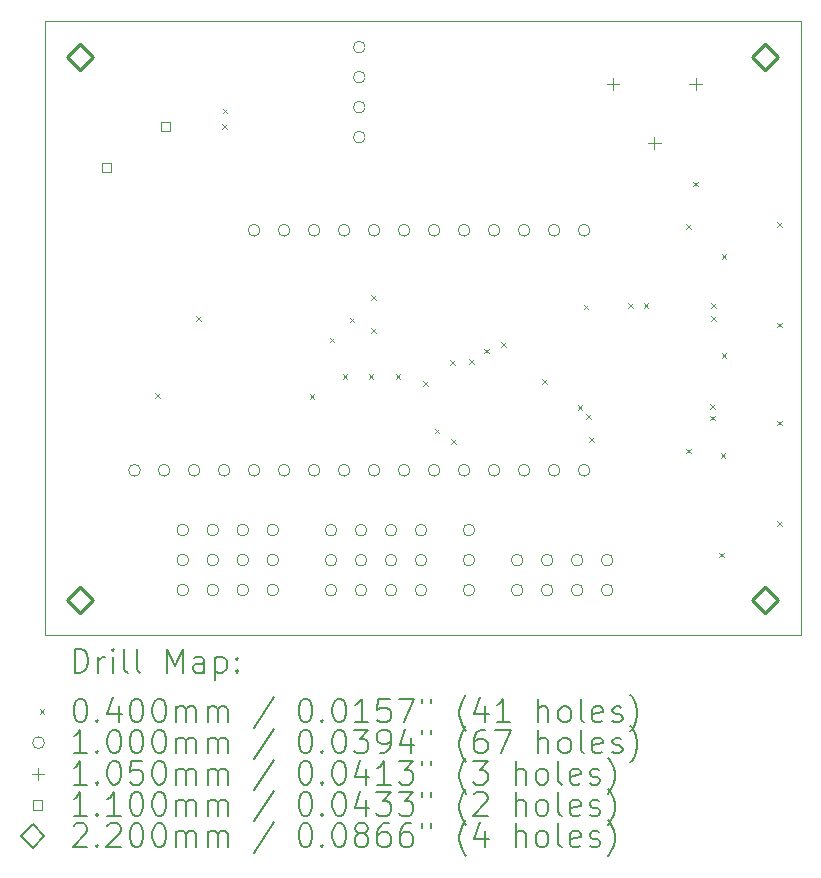
<source format=gbr>
%TF.GenerationSoftware,KiCad,Pcbnew,(6.0.8-1)-1*%
%TF.CreationDate,2023-01-29T13:44:44-06:00*%
%TF.ProjectId,M4_CAN_Feather_Carrier,4d345f43-414e-45f4-9665-61746865725f,rev?*%
%TF.SameCoordinates,Original*%
%TF.FileFunction,Drillmap*%
%TF.FilePolarity,Positive*%
%FSLAX45Y45*%
G04 Gerber Fmt 4.5, Leading zero omitted, Abs format (unit mm)*
G04 Created by KiCad (PCBNEW (6.0.8-1)-1) date 2023-01-29 13:44:44*
%MOMM*%
%LPD*%
G01*
G04 APERTURE LIST*
%ADD10C,0.100000*%
%ADD11C,0.200000*%
%ADD12C,0.040000*%
%ADD13C,0.105000*%
%ADD14C,0.110000*%
%ADD15C,0.220000*%
G04 APERTURE END LIST*
D10*
X18450000Y-12420000D02*
X12050000Y-12420000D01*
X12050000Y-12420000D02*
X12050000Y-7220000D01*
X12050000Y-7220000D02*
X18450000Y-7220000D01*
X18450000Y-7220000D02*
X18450000Y-12420000D01*
D11*
D12*
X12980000Y-10370000D02*
X13020000Y-10410000D01*
X13020000Y-10370000D02*
X12980000Y-10410000D01*
X13330000Y-9720000D02*
X13370000Y-9760000D01*
X13370000Y-9720000D02*
X13330000Y-9760000D01*
X13550000Y-8090000D02*
X13590000Y-8130000D01*
X13590000Y-8090000D02*
X13550000Y-8130000D01*
X13555000Y-7960000D02*
X13595000Y-8000000D01*
X13595000Y-7960000D02*
X13555000Y-8000000D01*
X14290000Y-10380000D02*
X14330000Y-10420000D01*
X14330000Y-10380000D02*
X14290000Y-10420000D01*
X14460000Y-9900000D02*
X14500000Y-9940000D01*
X14500000Y-9900000D02*
X14460000Y-9940000D01*
X14570000Y-10210000D02*
X14610000Y-10250000D01*
X14610000Y-10210000D02*
X14570000Y-10250000D01*
X14630000Y-9730000D02*
X14670000Y-9770000D01*
X14670000Y-9730000D02*
X14630000Y-9770000D01*
X14790000Y-10210000D02*
X14830000Y-10250000D01*
X14830000Y-10210000D02*
X14790000Y-10250000D01*
X14810000Y-9540000D02*
X14850000Y-9580000D01*
X14850000Y-9540000D02*
X14810000Y-9580000D01*
X14810000Y-9820000D02*
X14850000Y-9860000D01*
X14850000Y-9820000D02*
X14810000Y-9860000D01*
X15020305Y-10211250D02*
X15060305Y-10251250D01*
X15060305Y-10211250D02*
X15020305Y-10251250D01*
X15250000Y-10270000D02*
X15290000Y-10310000D01*
X15290000Y-10270000D02*
X15250000Y-10310000D01*
X15350000Y-10670000D02*
X15390000Y-10710000D01*
X15390000Y-10670000D02*
X15350000Y-10710000D01*
X15480000Y-10090000D02*
X15520000Y-10130000D01*
X15520000Y-10090000D02*
X15480000Y-10130000D01*
X15490000Y-10760000D02*
X15530000Y-10800000D01*
X15530000Y-10760000D02*
X15490000Y-10800000D01*
X15640000Y-10080000D02*
X15680000Y-10120000D01*
X15680000Y-10080000D02*
X15640000Y-10120000D01*
X15766230Y-9993770D02*
X15806230Y-10033770D01*
X15806230Y-9993770D02*
X15766230Y-10033770D01*
X15912450Y-9940000D02*
X15952450Y-9980000D01*
X15952450Y-9940000D02*
X15912450Y-9980000D01*
X16260000Y-10250000D02*
X16300000Y-10290000D01*
X16300000Y-10250000D02*
X16260000Y-10290000D01*
X16560000Y-10470000D02*
X16600000Y-10510000D01*
X16600000Y-10470000D02*
X16560000Y-10510000D01*
X16610000Y-9620000D02*
X16650000Y-9660000D01*
X16650000Y-9620000D02*
X16610000Y-9660000D01*
X16630000Y-10550000D02*
X16670000Y-10590000D01*
X16670000Y-10550000D02*
X16630000Y-10590000D01*
X16660000Y-10740000D02*
X16700000Y-10780000D01*
X16700000Y-10740000D02*
X16660000Y-10780000D01*
X16990000Y-9610000D02*
X17030000Y-9650000D01*
X17030000Y-9610000D02*
X16990000Y-9650000D01*
X17120000Y-9610000D02*
X17160000Y-9650000D01*
X17160000Y-9610000D02*
X17120000Y-9650000D01*
X17480000Y-8940000D02*
X17520000Y-8980000D01*
X17520000Y-8940000D02*
X17480000Y-8980000D01*
X17480000Y-10840000D02*
X17520000Y-10880000D01*
X17520000Y-10840000D02*
X17480000Y-10880000D01*
X17540000Y-8580000D02*
X17580000Y-8620000D01*
X17580000Y-8580000D02*
X17540000Y-8620000D01*
X17680000Y-10460000D02*
X17720000Y-10500000D01*
X17720000Y-10460000D02*
X17680000Y-10500000D01*
X17680000Y-10559950D02*
X17720000Y-10599950D01*
X17720000Y-10559950D02*
X17680000Y-10599950D01*
X17690000Y-9610000D02*
X17730000Y-9650000D01*
X17730000Y-9610000D02*
X17690000Y-9650000D01*
X17690000Y-9720000D02*
X17730000Y-9760000D01*
X17730000Y-9720000D02*
X17690000Y-9760000D01*
X17760000Y-11720000D02*
X17800000Y-11760000D01*
X17800000Y-11720000D02*
X17760000Y-11760000D01*
X17770000Y-10880000D02*
X17810000Y-10920000D01*
X17810000Y-10880000D02*
X17770000Y-10920000D01*
X17780000Y-9190000D02*
X17820000Y-9230000D01*
X17820000Y-9190000D02*
X17780000Y-9230000D01*
X17780000Y-10030000D02*
X17820000Y-10070000D01*
X17820000Y-10030000D02*
X17780000Y-10070000D01*
X18247500Y-8922500D02*
X18287500Y-8962500D01*
X18287500Y-8922500D02*
X18247500Y-8962500D01*
X18247500Y-9772500D02*
X18287500Y-9812500D01*
X18287500Y-9772500D02*
X18247500Y-9812500D01*
X18247500Y-10602500D02*
X18287500Y-10642500D01*
X18287500Y-10602500D02*
X18247500Y-10642500D01*
X18247500Y-11452500D02*
X18287500Y-11492500D01*
X18287500Y-11452500D02*
X18247500Y-11492500D01*
D10*
X12858000Y-11023000D02*
G75*
G03*
X12858000Y-11023000I-50000J0D01*
G01*
X13109000Y-11023000D02*
G75*
G03*
X13109000Y-11023000I-50000J0D01*
G01*
X13267000Y-11528500D02*
G75*
G03*
X13267000Y-11528500I-50000J0D01*
G01*
X13267000Y-11782500D02*
G75*
G03*
X13267000Y-11782500I-50000J0D01*
G01*
X13267000Y-12036500D02*
G75*
G03*
X13267000Y-12036500I-50000J0D01*
G01*
X13363000Y-11023000D02*
G75*
G03*
X13363000Y-11023000I-50000J0D01*
G01*
X13521000Y-11528500D02*
G75*
G03*
X13521000Y-11528500I-50000J0D01*
G01*
X13521000Y-11782500D02*
G75*
G03*
X13521000Y-11782500I-50000J0D01*
G01*
X13521000Y-12036500D02*
G75*
G03*
X13521000Y-12036500I-50000J0D01*
G01*
X13617000Y-11023000D02*
G75*
G03*
X13617000Y-11023000I-50000J0D01*
G01*
X13775000Y-11528500D02*
G75*
G03*
X13775000Y-11528500I-50000J0D01*
G01*
X13775000Y-11782500D02*
G75*
G03*
X13775000Y-11782500I-50000J0D01*
G01*
X13775000Y-12036500D02*
G75*
G03*
X13775000Y-12036500I-50000J0D01*
G01*
X13871000Y-8991000D02*
G75*
G03*
X13871000Y-8991000I-50000J0D01*
G01*
X13871000Y-11023000D02*
G75*
G03*
X13871000Y-11023000I-50000J0D01*
G01*
X14029000Y-11528500D02*
G75*
G03*
X14029000Y-11528500I-50000J0D01*
G01*
X14029000Y-11782500D02*
G75*
G03*
X14029000Y-11782500I-50000J0D01*
G01*
X14029000Y-12036500D02*
G75*
G03*
X14029000Y-12036500I-50000J0D01*
G01*
X14125000Y-8991000D02*
G75*
G03*
X14125000Y-8991000I-50000J0D01*
G01*
X14125000Y-11023000D02*
G75*
G03*
X14125000Y-11023000I-50000J0D01*
G01*
X14379000Y-8991000D02*
G75*
G03*
X14379000Y-8991000I-50000J0D01*
G01*
X14379000Y-11023000D02*
G75*
G03*
X14379000Y-11023000I-50000J0D01*
G01*
X14522000Y-11529000D02*
G75*
G03*
X14522000Y-11529000I-50000J0D01*
G01*
X14522000Y-11783000D02*
G75*
G03*
X14522000Y-11783000I-50000J0D01*
G01*
X14522000Y-12037000D02*
G75*
G03*
X14522000Y-12037000I-50000J0D01*
G01*
X14633000Y-8991000D02*
G75*
G03*
X14633000Y-8991000I-50000J0D01*
G01*
X14633000Y-11023000D02*
G75*
G03*
X14633000Y-11023000I-50000J0D01*
G01*
X14761000Y-7440200D02*
G75*
G03*
X14761000Y-7440200I-50000J0D01*
G01*
X14761000Y-7694200D02*
G75*
G03*
X14761000Y-7694200I-50000J0D01*
G01*
X14761000Y-7948200D02*
G75*
G03*
X14761000Y-7948200I-50000J0D01*
G01*
X14761000Y-8202200D02*
G75*
G03*
X14761000Y-8202200I-50000J0D01*
G01*
X14776000Y-11529000D02*
G75*
G03*
X14776000Y-11529000I-50000J0D01*
G01*
X14776000Y-11783000D02*
G75*
G03*
X14776000Y-11783000I-50000J0D01*
G01*
X14776000Y-12037000D02*
G75*
G03*
X14776000Y-12037000I-50000J0D01*
G01*
X14887000Y-8991000D02*
G75*
G03*
X14887000Y-8991000I-50000J0D01*
G01*
X14887000Y-11023000D02*
G75*
G03*
X14887000Y-11023000I-50000J0D01*
G01*
X15030000Y-11529000D02*
G75*
G03*
X15030000Y-11529000I-50000J0D01*
G01*
X15030000Y-11783000D02*
G75*
G03*
X15030000Y-11783000I-50000J0D01*
G01*
X15030000Y-12037000D02*
G75*
G03*
X15030000Y-12037000I-50000J0D01*
G01*
X15141000Y-8991000D02*
G75*
G03*
X15141000Y-8991000I-50000J0D01*
G01*
X15141000Y-11023000D02*
G75*
G03*
X15141000Y-11023000I-50000J0D01*
G01*
X15284000Y-11529000D02*
G75*
G03*
X15284000Y-11529000I-50000J0D01*
G01*
X15284000Y-11783000D02*
G75*
G03*
X15284000Y-11783000I-50000J0D01*
G01*
X15284000Y-12037000D02*
G75*
G03*
X15284000Y-12037000I-50000J0D01*
G01*
X15395000Y-8991000D02*
G75*
G03*
X15395000Y-8991000I-50000J0D01*
G01*
X15395000Y-11023000D02*
G75*
G03*
X15395000Y-11023000I-50000J0D01*
G01*
X15649000Y-8991000D02*
G75*
G03*
X15649000Y-8991000I-50000J0D01*
G01*
X15649000Y-11023000D02*
G75*
G03*
X15649000Y-11023000I-50000J0D01*
G01*
X15690000Y-11528500D02*
G75*
G03*
X15690000Y-11528500I-50000J0D01*
G01*
X15690000Y-11782500D02*
G75*
G03*
X15690000Y-11782500I-50000J0D01*
G01*
X15690000Y-12036500D02*
G75*
G03*
X15690000Y-12036500I-50000J0D01*
G01*
X15903000Y-8991000D02*
G75*
G03*
X15903000Y-8991000I-50000J0D01*
G01*
X15903000Y-11023000D02*
G75*
G03*
X15903000Y-11023000I-50000J0D01*
G01*
X16098000Y-11783500D02*
G75*
G03*
X16098000Y-11783500I-50000J0D01*
G01*
X16098000Y-12037500D02*
G75*
G03*
X16098000Y-12037500I-50000J0D01*
G01*
X16157000Y-8991000D02*
G75*
G03*
X16157000Y-8991000I-50000J0D01*
G01*
X16157000Y-11023000D02*
G75*
G03*
X16157000Y-11023000I-50000J0D01*
G01*
X16352000Y-11783500D02*
G75*
G03*
X16352000Y-11783500I-50000J0D01*
G01*
X16352000Y-12037500D02*
G75*
G03*
X16352000Y-12037500I-50000J0D01*
G01*
X16411000Y-8991000D02*
G75*
G03*
X16411000Y-8991000I-50000J0D01*
G01*
X16411000Y-11023000D02*
G75*
G03*
X16411000Y-11023000I-50000J0D01*
G01*
X16606000Y-11783500D02*
G75*
G03*
X16606000Y-11783500I-50000J0D01*
G01*
X16606000Y-12037500D02*
G75*
G03*
X16606000Y-12037500I-50000J0D01*
G01*
X16665000Y-8991000D02*
G75*
G03*
X16665000Y-8991000I-50000J0D01*
G01*
X16665000Y-11023000D02*
G75*
G03*
X16665000Y-11023000I-50000J0D01*
G01*
X16860000Y-11783500D02*
G75*
G03*
X16860000Y-11783500I-50000J0D01*
G01*
X16860000Y-12037500D02*
G75*
G03*
X16860000Y-12037500I-50000J0D01*
G01*
D13*
X16859600Y-7697500D02*
X16859600Y-7802500D01*
X16807100Y-7750000D02*
X16912100Y-7750000D01*
X17209600Y-8197500D02*
X17209600Y-8302500D01*
X17157100Y-8250000D02*
X17262100Y-8250000D01*
X17559600Y-7697500D02*
X17559600Y-7802500D01*
X17507100Y-7750000D02*
X17612100Y-7750000D01*
D14*
X12608891Y-8500191D02*
X12608891Y-8422409D01*
X12531109Y-8422409D01*
X12531109Y-8500191D01*
X12608891Y-8500191D01*
X13108891Y-8150191D02*
X13108891Y-8072409D01*
X13031109Y-8072409D01*
X13031109Y-8150191D01*
X13108891Y-8150191D01*
D15*
X12350000Y-7630000D02*
X12460000Y-7520000D01*
X12350000Y-7410000D01*
X12240000Y-7520000D01*
X12350000Y-7630000D01*
X12350000Y-12230000D02*
X12460000Y-12120000D01*
X12350000Y-12010000D01*
X12240000Y-12120000D01*
X12350000Y-12230000D01*
X18150000Y-7630000D02*
X18260000Y-7520000D01*
X18150000Y-7410000D01*
X18040000Y-7520000D01*
X18150000Y-7630000D01*
X18150000Y-12230000D02*
X18260000Y-12120000D01*
X18150000Y-12010000D01*
X18040000Y-12120000D01*
X18150000Y-12230000D01*
D11*
X12302619Y-12735476D02*
X12302619Y-12535476D01*
X12350238Y-12535476D01*
X12378809Y-12545000D01*
X12397857Y-12564048D01*
X12407381Y-12583095D01*
X12416905Y-12621190D01*
X12416905Y-12649762D01*
X12407381Y-12687857D01*
X12397857Y-12706905D01*
X12378809Y-12725952D01*
X12350238Y-12735476D01*
X12302619Y-12735476D01*
X12502619Y-12735476D02*
X12502619Y-12602143D01*
X12502619Y-12640238D02*
X12512143Y-12621190D01*
X12521667Y-12611667D01*
X12540714Y-12602143D01*
X12559762Y-12602143D01*
X12626428Y-12735476D02*
X12626428Y-12602143D01*
X12626428Y-12535476D02*
X12616905Y-12545000D01*
X12626428Y-12554524D01*
X12635952Y-12545000D01*
X12626428Y-12535476D01*
X12626428Y-12554524D01*
X12750238Y-12735476D02*
X12731190Y-12725952D01*
X12721667Y-12706905D01*
X12721667Y-12535476D01*
X12855000Y-12735476D02*
X12835952Y-12725952D01*
X12826428Y-12706905D01*
X12826428Y-12535476D01*
X13083571Y-12735476D02*
X13083571Y-12535476D01*
X13150238Y-12678333D01*
X13216905Y-12535476D01*
X13216905Y-12735476D01*
X13397857Y-12735476D02*
X13397857Y-12630714D01*
X13388333Y-12611667D01*
X13369286Y-12602143D01*
X13331190Y-12602143D01*
X13312143Y-12611667D01*
X13397857Y-12725952D02*
X13378809Y-12735476D01*
X13331190Y-12735476D01*
X13312143Y-12725952D01*
X13302619Y-12706905D01*
X13302619Y-12687857D01*
X13312143Y-12668809D01*
X13331190Y-12659286D01*
X13378809Y-12659286D01*
X13397857Y-12649762D01*
X13493095Y-12602143D02*
X13493095Y-12802143D01*
X13493095Y-12611667D02*
X13512143Y-12602143D01*
X13550238Y-12602143D01*
X13569286Y-12611667D01*
X13578809Y-12621190D01*
X13588333Y-12640238D01*
X13588333Y-12697381D01*
X13578809Y-12716428D01*
X13569286Y-12725952D01*
X13550238Y-12735476D01*
X13512143Y-12735476D01*
X13493095Y-12725952D01*
X13674048Y-12716428D02*
X13683571Y-12725952D01*
X13674048Y-12735476D01*
X13664524Y-12725952D01*
X13674048Y-12716428D01*
X13674048Y-12735476D01*
X13674048Y-12611667D02*
X13683571Y-12621190D01*
X13674048Y-12630714D01*
X13664524Y-12621190D01*
X13674048Y-12611667D01*
X13674048Y-12630714D01*
D12*
X12005000Y-13045000D02*
X12045000Y-13085000D01*
X12045000Y-13045000D02*
X12005000Y-13085000D01*
D11*
X12340714Y-12955476D02*
X12359762Y-12955476D01*
X12378809Y-12965000D01*
X12388333Y-12974524D01*
X12397857Y-12993571D01*
X12407381Y-13031667D01*
X12407381Y-13079286D01*
X12397857Y-13117381D01*
X12388333Y-13136428D01*
X12378809Y-13145952D01*
X12359762Y-13155476D01*
X12340714Y-13155476D01*
X12321667Y-13145952D01*
X12312143Y-13136428D01*
X12302619Y-13117381D01*
X12293095Y-13079286D01*
X12293095Y-13031667D01*
X12302619Y-12993571D01*
X12312143Y-12974524D01*
X12321667Y-12965000D01*
X12340714Y-12955476D01*
X12493095Y-13136428D02*
X12502619Y-13145952D01*
X12493095Y-13155476D01*
X12483571Y-13145952D01*
X12493095Y-13136428D01*
X12493095Y-13155476D01*
X12674048Y-13022143D02*
X12674048Y-13155476D01*
X12626428Y-12945952D02*
X12578809Y-13088809D01*
X12702619Y-13088809D01*
X12816905Y-12955476D02*
X12835952Y-12955476D01*
X12855000Y-12965000D01*
X12864524Y-12974524D01*
X12874048Y-12993571D01*
X12883571Y-13031667D01*
X12883571Y-13079286D01*
X12874048Y-13117381D01*
X12864524Y-13136428D01*
X12855000Y-13145952D01*
X12835952Y-13155476D01*
X12816905Y-13155476D01*
X12797857Y-13145952D01*
X12788333Y-13136428D01*
X12778809Y-13117381D01*
X12769286Y-13079286D01*
X12769286Y-13031667D01*
X12778809Y-12993571D01*
X12788333Y-12974524D01*
X12797857Y-12965000D01*
X12816905Y-12955476D01*
X13007381Y-12955476D02*
X13026428Y-12955476D01*
X13045476Y-12965000D01*
X13055000Y-12974524D01*
X13064524Y-12993571D01*
X13074048Y-13031667D01*
X13074048Y-13079286D01*
X13064524Y-13117381D01*
X13055000Y-13136428D01*
X13045476Y-13145952D01*
X13026428Y-13155476D01*
X13007381Y-13155476D01*
X12988333Y-13145952D01*
X12978809Y-13136428D01*
X12969286Y-13117381D01*
X12959762Y-13079286D01*
X12959762Y-13031667D01*
X12969286Y-12993571D01*
X12978809Y-12974524D01*
X12988333Y-12965000D01*
X13007381Y-12955476D01*
X13159762Y-13155476D02*
X13159762Y-13022143D01*
X13159762Y-13041190D02*
X13169286Y-13031667D01*
X13188333Y-13022143D01*
X13216905Y-13022143D01*
X13235952Y-13031667D01*
X13245476Y-13050714D01*
X13245476Y-13155476D01*
X13245476Y-13050714D02*
X13255000Y-13031667D01*
X13274048Y-13022143D01*
X13302619Y-13022143D01*
X13321667Y-13031667D01*
X13331190Y-13050714D01*
X13331190Y-13155476D01*
X13426428Y-13155476D02*
X13426428Y-13022143D01*
X13426428Y-13041190D02*
X13435952Y-13031667D01*
X13455000Y-13022143D01*
X13483571Y-13022143D01*
X13502619Y-13031667D01*
X13512143Y-13050714D01*
X13512143Y-13155476D01*
X13512143Y-13050714D02*
X13521667Y-13031667D01*
X13540714Y-13022143D01*
X13569286Y-13022143D01*
X13588333Y-13031667D01*
X13597857Y-13050714D01*
X13597857Y-13155476D01*
X13988333Y-12945952D02*
X13816905Y-13203095D01*
X14245476Y-12955476D02*
X14264524Y-12955476D01*
X14283571Y-12965000D01*
X14293095Y-12974524D01*
X14302619Y-12993571D01*
X14312143Y-13031667D01*
X14312143Y-13079286D01*
X14302619Y-13117381D01*
X14293095Y-13136428D01*
X14283571Y-13145952D01*
X14264524Y-13155476D01*
X14245476Y-13155476D01*
X14226428Y-13145952D01*
X14216905Y-13136428D01*
X14207381Y-13117381D01*
X14197857Y-13079286D01*
X14197857Y-13031667D01*
X14207381Y-12993571D01*
X14216905Y-12974524D01*
X14226428Y-12965000D01*
X14245476Y-12955476D01*
X14397857Y-13136428D02*
X14407381Y-13145952D01*
X14397857Y-13155476D01*
X14388333Y-13145952D01*
X14397857Y-13136428D01*
X14397857Y-13155476D01*
X14531190Y-12955476D02*
X14550238Y-12955476D01*
X14569286Y-12965000D01*
X14578809Y-12974524D01*
X14588333Y-12993571D01*
X14597857Y-13031667D01*
X14597857Y-13079286D01*
X14588333Y-13117381D01*
X14578809Y-13136428D01*
X14569286Y-13145952D01*
X14550238Y-13155476D01*
X14531190Y-13155476D01*
X14512143Y-13145952D01*
X14502619Y-13136428D01*
X14493095Y-13117381D01*
X14483571Y-13079286D01*
X14483571Y-13031667D01*
X14493095Y-12993571D01*
X14502619Y-12974524D01*
X14512143Y-12965000D01*
X14531190Y-12955476D01*
X14788333Y-13155476D02*
X14674048Y-13155476D01*
X14731190Y-13155476D02*
X14731190Y-12955476D01*
X14712143Y-12984048D01*
X14693095Y-13003095D01*
X14674048Y-13012619D01*
X14969286Y-12955476D02*
X14874048Y-12955476D01*
X14864524Y-13050714D01*
X14874048Y-13041190D01*
X14893095Y-13031667D01*
X14940714Y-13031667D01*
X14959762Y-13041190D01*
X14969286Y-13050714D01*
X14978809Y-13069762D01*
X14978809Y-13117381D01*
X14969286Y-13136428D01*
X14959762Y-13145952D01*
X14940714Y-13155476D01*
X14893095Y-13155476D01*
X14874048Y-13145952D01*
X14864524Y-13136428D01*
X15045476Y-12955476D02*
X15178809Y-12955476D01*
X15093095Y-13155476D01*
X15245476Y-12955476D02*
X15245476Y-12993571D01*
X15321667Y-12955476D02*
X15321667Y-12993571D01*
X15616905Y-13231667D02*
X15607381Y-13222143D01*
X15588333Y-13193571D01*
X15578809Y-13174524D01*
X15569286Y-13145952D01*
X15559762Y-13098333D01*
X15559762Y-13060238D01*
X15569286Y-13012619D01*
X15578809Y-12984048D01*
X15588333Y-12965000D01*
X15607381Y-12936428D01*
X15616905Y-12926905D01*
X15778809Y-13022143D02*
X15778809Y-13155476D01*
X15731190Y-12945952D02*
X15683571Y-13088809D01*
X15807381Y-13088809D01*
X15988333Y-13155476D02*
X15874048Y-13155476D01*
X15931190Y-13155476D02*
X15931190Y-12955476D01*
X15912143Y-12984048D01*
X15893095Y-13003095D01*
X15874048Y-13012619D01*
X16226428Y-13155476D02*
X16226428Y-12955476D01*
X16312143Y-13155476D02*
X16312143Y-13050714D01*
X16302619Y-13031667D01*
X16283571Y-13022143D01*
X16255000Y-13022143D01*
X16235952Y-13031667D01*
X16226428Y-13041190D01*
X16435952Y-13155476D02*
X16416905Y-13145952D01*
X16407381Y-13136428D01*
X16397857Y-13117381D01*
X16397857Y-13060238D01*
X16407381Y-13041190D01*
X16416905Y-13031667D01*
X16435952Y-13022143D01*
X16464524Y-13022143D01*
X16483571Y-13031667D01*
X16493095Y-13041190D01*
X16502619Y-13060238D01*
X16502619Y-13117381D01*
X16493095Y-13136428D01*
X16483571Y-13145952D01*
X16464524Y-13155476D01*
X16435952Y-13155476D01*
X16616905Y-13155476D02*
X16597857Y-13145952D01*
X16588333Y-13126905D01*
X16588333Y-12955476D01*
X16769286Y-13145952D02*
X16750238Y-13155476D01*
X16712143Y-13155476D01*
X16693095Y-13145952D01*
X16683571Y-13126905D01*
X16683571Y-13050714D01*
X16693095Y-13031667D01*
X16712143Y-13022143D01*
X16750238Y-13022143D01*
X16769286Y-13031667D01*
X16778810Y-13050714D01*
X16778810Y-13069762D01*
X16683571Y-13088809D01*
X16855000Y-13145952D02*
X16874048Y-13155476D01*
X16912143Y-13155476D01*
X16931190Y-13145952D01*
X16940714Y-13126905D01*
X16940714Y-13117381D01*
X16931190Y-13098333D01*
X16912143Y-13088809D01*
X16883571Y-13088809D01*
X16864524Y-13079286D01*
X16855000Y-13060238D01*
X16855000Y-13050714D01*
X16864524Y-13031667D01*
X16883571Y-13022143D01*
X16912143Y-13022143D01*
X16931190Y-13031667D01*
X17007381Y-13231667D02*
X17016905Y-13222143D01*
X17035952Y-13193571D01*
X17045476Y-13174524D01*
X17055000Y-13145952D01*
X17064524Y-13098333D01*
X17064524Y-13060238D01*
X17055000Y-13012619D01*
X17045476Y-12984048D01*
X17035952Y-12965000D01*
X17016905Y-12936428D01*
X17007381Y-12926905D01*
D10*
X12045000Y-13329000D02*
G75*
G03*
X12045000Y-13329000I-50000J0D01*
G01*
D11*
X12407381Y-13419476D02*
X12293095Y-13419476D01*
X12350238Y-13419476D02*
X12350238Y-13219476D01*
X12331190Y-13248048D01*
X12312143Y-13267095D01*
X12293095Y-13276619D01*
X12493095Y-13400428D02*
X12502619Y-13409952D01*
X12493095Y-13419476D01*
X12483571Y-13409952D01*
X12493095Y-13400428D01*
X12493095Y-13419476D01*
X12626428Y-13219476D02*
X12645476Y-13219476D01*
X12664524Y-13229000D01*
X12674048Y-13238524D01*
X12683571Y-13257571D01*
X12693095Y-13295667D01*
X12693095Y-13343286D01*
X12683571Y-13381381D01*
X12674048Y-13400428D01*
X12664524Y-13409952D01*
X12645476Y-13419476D01*
X12626428Y-13419476D01*
X12607381Y-13409952D01*
X12597857Y-13400428D01*
X12588333Y-13381381D01*
X12578809Y-13343286D01*
X12578809Y-13295667D01*
X12588333Y-13257571D01*
X12597857Y-13238524D01*
X12607381Y-13229000D01*
X12626428Y-13219476D01*
X12816905Y-13219476D02*
X12835952Y-13219476D01*
X12855000Y-13229000D01*
X12864524Y-13238524D01*
X12874048Y-13257571D01*
X12883571Y-13295667D01*
X12883571Y-13343286D01*
X12874048Y-13381381D01*
X12864524Y-13400428D01*
X12855000Y-13409952D01*
X12835952Y-13419476D01*
X12816905Y-13419476D01*
X12797857Y-13409952D01*
X12788333Y-13400428D01*
X12778809Y-13381381D01*
X12769286Y-13343286D01*
X12769286Y-13295667D01*
X12778809Y-13257571D01*
X12788333Y-13238524D01*
X12797857Y-13229000D01*
X12816905Y-13219476D01*
X13007381Y-13219476D02*
X13026428Y-13219476D01*
X13045476Y-13229000D01*
X13055000Y-13238524D01*
X13064524Y-13257571D01*
X13074048Y-13295667D01*
X13074048Y-13343286D01*
X13064524Y-13381381D01*
X13055000Y-13400428D01*
X13045476Y-13409952D01*
X13026428Y-13419476D01*
X13007381Y-13419476D01*
X12988333Y-13409952D01*
X12978809Y-13400428D01*
X12969286Y-13381381D01*
X12959762Y-13343286D01*
X12959762Y-13295667D01*
X12969286Y-13257571D01*
X12978809Y-13238524D01*
X12988333Y-13229000D01*
X13007381Y-13219476D01*
X13159762Y-13419476D02*
X13159762Y-13286143D01*
X13159762Y-13305190D02*
X13169286Y-13295667D01*
X13188333Y-13286143D01*
X13216905Y-13286143D01*
X13235952Y-13295667D01*
X13245476Y-13314714D01*
X13245476Y-13419476D01*
X13245476Y-13314714D02*
X13255000Y-13295667D01*
X13274048Y-13286143D01*
X13302619Y-13286143D01*
X13321667Y-13295667D01*
X13331190Y-13314714D01*
X13331190Y-13419476D01*
X13426428Y-13419476D02*
X13426428Y-13286143D01*
X13426428Y-13305190D02*
X13435952Y-13295667D01*
X13455000Y-13286143D01*
X13483571Y-13286143D01*
X13502619Y-13295667D01*
X13512143Y-13314714D01*
X13512143Y-13419476D01*
X13512143Y-13314714D02*
X13521667Y-13295667D01*
X13540714Y-13286143D01*
X13569286Y-13286143D01*
X13588333Y-13295667D01*
X13597857Y-13314714D01*
X13597857Y-13419476D01*
X13988333Y-13209952D02*
X13816905Y-13467095D01*
X14245476Y-13219476D02*
X14264524Y-13219476D01*
X14283571Y-13229000D01*
X14293095Y-13238524D01*
X14302619Y-13257571D01*
X14312143Y-13295667D01*
X14312143Y-13343286D01*
X14302619Y-13381381D01*
X14293095Y-13400428D01*
X14283571Y-13409952D01*
X14264524Y-13419476D01*
X14245476Y-13419476D01*
X14226428Y-13409952D01*
X14216905Y-13400428D01*
X14207381Y-13381381D01*
X14197857Y-13343286D01*
X14197857Y-13295667D01*
X14207381Y-13257571D01*
X14216905Y-13238524D01*
X14226428Y-13229000D01*
X14245476Y-13219476D01*
X14397857Y-13400428D02*
X14407381Y-13409952D01*
X14397857Y-13419476D01*
X14388333Y-13409952D01*
X14397857Y-13400428D01*
X14397857Y-13419476D01*
X14531190Y-13219476D02*
X14550238Y-13219476D01*
X14569286Y-13229000D01*
X14578809Y-13238524D01*
X14588333Y-13257571D01*
X14597857Y-13295667D01*
X14597857Y-13343286D01*
X14588333Y-13381381D01*
X14578809Y-13400428D01*
X14569286Y-13409952D01*
X14550238Y-13419476D01*
X14531190Y-13419476D01*
X14512143Y-13409952D01*
X14502619Y-13400428D01*
X14493095Y-13381381D01*
X14483571Y-13343286D01*
X14483571Y-13295667D01*
X14493095Y-13257571D01*
X14502619Y-13238524D01*
X14512143Y-13229000D01*
X14531190Y-13219476D01*
X14664524Y-13219476D02*
X14788333Y-13219476D01*
X14721667Y-13295667D01*
X14750238Y-13295667D01*
X14769286Y-13305190D01*
X14778809Y-13314714D01*
X14788333Y-13333762D01*
X14788333Y-13381381D01*
X14778809Y-13400428D01*
X14769286Y-13409952D01*
X14750238Y-13419476D01*
X14693095Y-13419476D01*
X14674048Y-13409952D01*
X14664524Y-13400428D01*
X14883571Y-13419476D02*
X14921667Y-13419476D01*
X14940714Y-13409952D01*
X14950238Y-13400428D01*
X14969286Y-13371857D01*
X14978809Y-13333762D01*
X14978809Y-13257571D01*
X14969286Y-13238524D01*
X14959762Y-13229000D01*
X14940714Y-13219476D01*
X14902619Y-13219476D01*
X14883571Y-13229000D01*
X14874048Y-13238524D01*
X14864524Y-13257571D01*
X14864524Y-13305190D01*
X14874048Y-13324238D01*
X14883571Y-13333762D01*
X14902619Y-13343286D01*
X14940714Y-13343286D01*
X14959762Y-13333762D01*
X14969286Y-13324238D01*
X14978809Y-13305190D01*
X15150238Y-13286143D02*
X15150238Y-13419476D01*
X15102619Y-13209952D02*
X15055000Y-13352809D01*
X15178809Y-13352809D01*
X15245476Y-13219476D02*
X15245476Y-13257571D01*
X15321667Y-13219476D02*
X15321667Y-13257571D01*
X15616905Y-13495667D02*
X15607381Y-13486143D01*
X15588333Y-13457571D01*
X15578809Y-13438524D01*
X15569286Y-13409952D01*
X15559762Y-13362333D01*
X15559762Y-13324238D01*
X15569286Y-13276619D01*
X15578809Y-13248048D01*
X15588333Y-13229000D01*
X15607381Y-13200428D01*
X15616905Y-13190905D01*
X15778809Y-13219476D02*
X15740714Y-13219476D01*
X15721667Y-13229000D01*
X15712143Y-13238524D01*
X15693095Y-13267095D01*
X15683571Y-13305190D01*
X15683571Y-13381381D01*
X15693095Y-13400428D01*
X15702619Y-13409952D01*
X15721667Y-13419476D01*
X15759762Y-13419476D01*
X15778809Y-13409952D01*
X15788333Y-13400428D01*
X15797857Y-13381381D01*
X15797857Y-13333762D01*
X15788333Y-13314714D01*
X15778809Y-13305190D01*
X15759762Y-13295667D01*
X15721667Y-13295667D01*
X15702619Y-13305190D01*
X15693095Y-13314714D01*
X15683571Y-13333762D01*
X15864524Y-13219476D02*
X15997857Y-13219476D01*
X15912143Y-13419476D01*
X16226428Y-13419476D02*
X16226428Y-13219476D01*
X16312143Y-13419476D02*
X16312143Y-13314714D01*
X16302619Y-13295667D01*
X16283571Y-13286143D01*
X16255000Y-13286143D01*
X16235952Y-13295667D01*
X16226428Y-13305190D01*
X16435952Y-13419476D02*
X16416905Y-13409952D01*
X16407381Y-13400428D01*
X16397857Y-13381381D01*
X16397857Y-13324238D01*
X16407381Y-13305190D01*
X16416905Y-13295667D01*
X16435952Y-13286143D01*
X16464524Y-13286143D01*
X16483571Y-13295667D01*
X16493095Y-13305190D01*
X16502619Y-13324238D01*
X16502619Y-13381381D01*
X16493095Y-13400428D01*
X16483571Y-13409952D01*
X16464524Y-13419476D01*
X16435952Y-13419476D01*
X16616905Y-13419476D02*
X16597857Y-13409952D01*
X16588333Y-13390905D01*
X16588333Y-13219476D01*
X16769286Y-13409952D02*
X16750238Y-13419476D01*
X16712143Y-13419476D01*
X16693095Y-13409952D01*
X16683571Y-13390905D01*
X16683571Y-13314714D01*
X16693095Y-13295667D01*
X16712143Y-13286143D01*
X16750238Y-13286143D01*
X16769286Y-13295667D01*
X16778810Y-13314714D01*
X16778810Y-13333762D01*
X16683571Y-13352809D01*
X16855000Y-13409952D02*
X16874048Y-13419476D01*
X16912143Y-13419476D01*
X16931190Y-13409952D01*
X16940714Y-13390905D01*
X16940714Y-13381381D01*
X16931190Y-13362333D01*
X16912143Y-13352809D01*
X16883571Y-13352809D01*
X16864524Y-13343286D01*
X16855000Y-13324238D01*
X16855000Y-13314714D01*
X16864524Y-13295667D01*
X16883571Y-13286143D01*
X16912143Y-13286143D01*
X16931190Y-13295667D01*
X17007381Y-13495667D02*
X17016905Y-13486143D01*
X17035952Y-13457571D01*
X17045476Y-13438524D01*
X17055000Y-13409952D01*
X17064524Y-13362333D01*
X17064524Y-13324238D01*
X17055000Y-13276619D01*
X17045476Y-13248048D01*
X17035952Y-13229000D01*
X17016905Y-13200428D01*
X17007381Y-13190905D01*
D13*
X11992500Y-13540500D02*
X11992500Y-13645500D01*
X11940000Y-13593000D02*
X12045000Y-13593000D01*
D11*
X12407381Y-13683476D02*
X12293095Y-13683476D01*
X12350238Y-13683476D02*
X12350238Y-13483476D01*
X12331190Y-13512048D01*
X12312143Y-13531095D01*
X12293095Y-13540619D01*
X12493095Y-13664428D02*
X12502619Y-13673952D01*
X12493095Y-13683476D01*
X12483571Y-13673952D01*
X12493095Y-13664428D01*
X12493095Y-13683476D01*
X12626428Y-13483476D02*
X12645476Y-13483476D01*
X12664524Y-13493000D01*
X12674048Y-13502524D01*
X12683571Y-13521571D01*
X12693095Y-13559667D01*
X12693095Y-13607286D01*
X12683571Y-13645381D01*
X12674048Y-13664428D01*
X12664524Y-13673952D01*
X12645476Y-13683476D01*
X12626428Y-13683476D01*
X12607381Y-13673952D01*
X12597857Y-13664428D01*
X12588333Y-13645381D01*
X12578809Y-13607286D01*
X12578809Y-13559667D01*
X12588333Y-13521571D01*
X12597857Y-13502524D01*
X12607381Y-13493000D01*
X12626428Y-13483476D01*
X12874048Y-13483476D02*
X12778809Y-13483476D01*
X12769286Y-13578714D01*
X12778809Y-13569190D01*
X12797857Y-13559667D01*
X12845476Y-13559667D01*
X12864524Y-13569190D01*
X12874048Y-13578714D01*
X12883571Y-13597762D01*
X12883571Y-13645381D01*
X12874048Y-13664428D01*
X12864524Y-13673952D01*
X12845476Y-13683476D01*
X12797857Y-13683476D01*
X12778809Y-13673952D01*
X12769286Y-13664428D01*
X13007381Y-13483476D02*
X13026428Y-13483476D01*
X13045476Y-13493000D01*
X13055000Y-13502524D01*
X13064524Y-13521571D01*
X13074048Y-13559667D01*
X13074048Y-13607286D01*
X13064524Y-13645381D01*
X13055000Y-13664428D01*
X13045476Y-13673952D01*
X13026428Y-13683476D01*
X13007381Y-13683476D01*
X12988333Y-13673952D01*
X12978809Y-13664428D01*
X12969286Y-13645381D01*
X12959762Y-13607286D01*
X12959762Y-13559667D01*
X12969286Y-13521571D01*
X12978809Y-13502524D01*
X12988333Y-13493000D01*
X13007381Y-13483476D01*
X13159762Y-13683476D02*
X13159762Y-13550143D01*
X13159762Y-13569190D02*
X13169286Y-13559667D01*
X13188333Y-13550143D01*
X13216905Y-13550143D01*
X13235952Y-13559667D01*
X13245476Y-13578714D01*
X13245476Y-13683476D01*
X13245476Y-13578714D02*
X13255000Y-13559667D01*
X13274048Y-13550143D01*
X13302619Y-13550143D01*
X13321667Y-13559667D01*
X13331190Y-13578714D01*
X13331190Y-13683476D01*
X13426428Y-13683476D02*
X13426428Y-13550143D01*
X13426428Y-13569190D02*
X13435952Y-13559667D01*
X13455000Y-13550143D01*
X13483571Y-13550143D01*
X13502619Y-13559667D01*
X13512143Y-13578714D01*
X13512143Y-13683476D01*
X13512143Y-13578714D02*
X13521667Y-13559667D01*
X13540714Y-13550143D01*
X13569286Y-13550143D01*
X13588333Y-13559667D01*
X13597857Y-13578714D01*
X13597857Y-13683476D01*
X13988333Y-13473952D02*
X13816905Y-13731095D01*
X14245476Y-13483476D02*
X14264524Y-13483476D01*
X14283571Y-13493000D01*
X14293095Y-13502524D01*
X14302619Y-13521571D01*
X14312143Y-13559667D01*
X14312143Y-13607286D01*
X14302619Y-13645381D01*
X14293095Y-13664428D01*
X14283571Y-13673952D01*
X14264524Y-13683476D01*
X14245476Y-13683476D01*
X14226428Y-13673952D01*
X14216905Y-13664428D01*
X14207381Y-13645381D01*
X14197857Y-13607286D01*
X14197857Y-13559667D01*
X14207381Y-13521571D01*
X14216905Y-13502524D01*
X14226428Y-13493000D01*
X14245476Y-13483476D01*
X14397857Y-13664428D02*
X14407381Y-13673952D01*
X14397857Y-13683476D01*
X14388333Y-13673952D01*
X14397857Y-13664428D01*
X14397857Y-13683476D01*
X14531190Y-13483476D02*
X14550238Y-13483476D01*
X14569286Y-13493000D01*
X14578809Y-13502524D01*
X14588333Y-13521571D01*
X14597857Y-13559667D01*
X14597857Y-13607286D01*
X14588333Y-13645381D01*
X14578809Y-13664428D01*
X14569286Y-13673952D01*
X14550238Y-13683476D01*
X14531190Y-13683476D01*
X14512143Y-13673952D01*
X14502619Y-13664428D01*
X14493095Y-13645381D01*
X14483571Y-13607286D01*
X14483571Y-13559667D01*
X14493095Y-13521571D01*
X14502619Y-13502524D01*
X14512143Y-13493000D01*
X14531190Y-13483476D01*
X14769286Y-13550143D02*
X14769286Y-13683476D01*
X14721667Y-13473952D02*
X14674048Y-13616809D01*
X14797857Y-13616809D01*
X14978809Y-13683476D02*
X14864524Y-13683476D01*
X14921667Y-13683476D02*
X14921667Y-13483476D01*
X14902619Y-13512048D01*
X14883571Y-13531095D01*
X14864524Y-13540619D01*
X15045476Y-13483476D02*
X15169286Y-13483476D01*
X15102619Y-13559667D01*
X15131190Y-13559667D01*
X15150238Y-13569190D01*
X15159762Y-13578714D01*
X15169286Y-13597762D01*
X15169286Y-13645381D01*
X15159762Y-13664428D01*
X15150238Y-13673952D01*
X15131190Y-13683476D01*
X15074048Y-13683476D01*
X15055000Y-13673952D01*
X15045476Y-13664428D01*
X15245476Y-13483476D02*
X15245476Y-13521571D01*
X15321667Y-13483476D02*
X15321667Y-13521571D01*
X15616905Y-13759667D02*
X15607381Y-13750143D01*
X15588333Y-13721571D01*
X15578809Y-13702524D01*
X15569286Y-13673952D01*
X15559762Y-13626333D01*
X15559762Y-13588238D01*
X15569286Y-13540619D01*
X15578809Y-13512048D01*
X15588333Y-13493000D01*
X15607381Y-13464428D01*
X15616905Y-13454905D01*
X15674048Y-13483476D02*
X15797857Y-13483476D01*
X15731190Y-13559667D01*
X15759762Y-13559667D01*
X15778809Y-13569190D01*
X15788333Y-13578714D01*
X15797857Y-13597762D01*
X15797857Y-13645381D01*
X15788333Y-13664428D01*
X15778809Y-13673952D01*
X15759762Y-13683476D01*
X15702619Y-13683476D01*
X15683571Y-13673952D01*
X15674048Y-13664428D01*
X16035952Y-13683476D02*
X16035952Y-13483476D01*
X16121667Y-13683476D02*
X16121667Y-13578714D01*
X16112143Y-13559667D01*
X16093095Y-13550143D01*
X16064524Y-13550143D01*
X16045476Y-13559667D01*
X16035952Y-13569190D01*
X16245476Y-13683476D02*
X16226428Y-13673952D01*
X16216905Y-13664428D01*
X16207381Y-13645381D01*
X16207381Y-13588238D01*
X16216905Y-13569190D01*
X16226428Y-13559667D01*
X16245476Y-13550143D01*
X16274048Y-13550143D01*
X16293095Y-13559667D01*
X16302619Y-13569190D01*
X16312143Y-13588238D01*
X16312143Y-13645381D01*
X16302619Y-13664428D01*
X16293095Y-13673952D01*
X16274048Y-13683476D01*
X16245476Y-13683476D01*
X16426428Y-13683476D02*
X16407381Y-13673952D01*
X16397857Y-13654905D01*
X16397857Y-13483476D01*
X16578809Y-13673952D02*
X16559762Y-13683476D01*
X16521667Y-13683476D01*
X16502619Y-13673952D01*
X16493095Y-13654905D01*
X16493095Y-13578714D01*
X16502619Y-13559667D01*
X16521667Y-13550143D01*
X16559762Y-13550143D01*
X16578809Y-13559667D01*
X16588333Y-13578714D01*
X16588333Y-13597762D01*
X16493095Y-13616809D01*
X16664524Y-13673952D02*
X16683571Y-13683476D01*
X16721667Y-13683476D01*
X16740714Y-13673952D01*
X16750238Y-13654905D01*
X16750238Y-13645381D01*
X16740714Y-13626333D01*
X16721667Y-13616809D01*
X16693095Y-13616809D01*
X16674048Y-13607286D01*
X16664524Y-13588238D01*
X16664524Y-13578714D01*
X16674048Y-13559667D01*
X16693095Y-13550143D01*
X16721667Y-13550143D01*
X16740714Y-13559667D01*
X16816905Y-13759667D02*
X16826429Y-13750143D01*
X16845476Y-13721571D01*
X16855000Y-13702524D01*
X16864524Y-13673952D01*
X16874048Y-13626333D01*
X16874048Y-13588238D01*
X16864524Y-13540619D01*
X16855000Y-13512048D01*
X16845476Y-13493000D01*
X16826429Y-13464428D01*
X16816905Y-13454905D01*
D14*
X12028891Y-13895891D02*
X12028891Y-13818109D01*
X11951109Y-13818109D01*
X11951109Y-13895891D01*
X12028891Y-13895891D01*
D11*
X12407381Y-13947476D02*
X12293095Y-13947476D01*
X12350238Y-13947476D02*
X12350238Y-13747476D01*
X12331190Y-13776048D01*
X12312143Y-13795095D01*
X12293095Y-13804619D01*
X12493095Y-13928428D02*
X12502619Y-13937952D01*
X12493095Y-13947476D01*
X12483571Y-13937952D01*
X12493095Y-13928428D01*
X12493095Y-13947476D01*
X12693095Y-13947476D02*
X12578809Y-13947476D01*
X12635952Y-13947476D02*
X12635952Y-13747476D01*
X12616905Y-13776048D01*
X12597857Y-13795095D01*
X12578809Y-13804619D01*
X12816905Y-13747476D02*
X12835952Y-13747476D01*
X12855000Y-13757000D01*
X12864524Y-13766524D01*
X12874048Y-13785571D01*
X12883571Y-13823667D01*
X12883571Y-13871286D01*
X12874048Y-13909381D01*
X12864524Y-13928428D01*
X12855000Y-13937952D01*
X12835952Y-13947476D01*
X12816905Y-13947476D01*
X12797857Y-13937952D01*
X12788333Y-13928428D01*
X12778809Y-13909381D01*
X12769286Y-13871286D01*
X12769286Y-13823667D01*
X12778809Y-13785571D01*
X12788333Y-13766524D01*
X12797857Y-13757000D01*
X12816905Y-13747476D01*
X13007381Y-13747476D02*
X13026428Y-13747476D01*
X13045476Y-13757000D01*
X13055000Y-13766524D01*
X13064524Y-13785571D01*
X13074048Y-13823667D01*
X13074048Y-13871286D01*
X13064524Y-13909381D01*
X13055000Y-13928428D01*
X13045476Y-13937952D01*
X13026428Y-13947476D01*
X13007381Y-13947476D01*
X12988333Y-13937952D01*
X12978809Y-13928428D01*
X12969286Y-13909381D01*
X12959762Y-13871286D01*
X12959762Y-13823667D01*
X12969286Y-13785571D01*
X12978809Y-13766524D01*
X12988333Y-13757000D01*
X13007381Y-13747476D01*
X13159762Y-13947476D02*
X13159762Y-13814143D01*
X13159762Y-13833190D02*
X13169286Y-13823667D01*
X13188333Y-13814143D01*
X13216905Y-13814143D01*
X13235952Y-13823667D01*
X13245476Y-13842714D01*
X13245476Y-13947476D01*
X13245476Y-13842714D02*
X13255000Y-13823667D01*
X13274048Y-13814143D01*
X13302619Y-13814143D01*
X13321667Y-13823667D01*
X13331190Y-13842714D01*
X13331190Y-13947476D01*
X13426428Y-13947476D02*
X13426428Y-13814143D01*
X13426428Y-13833190D02*
X13435952Y-13823667D01*
X13455000Y-13814143D01*
X13483571Y-13814143D01*
X13502619Y-13823667D01*
X13512143Y-13842714D01*
X13512143Y-13947476D01*
X13512143Y-13842714D02*
X13521667Y-13823667D01*
X13540714Y-13814143D01*
X13569286Y-13814143D01*
X13588333Y-13823667D01*
X13597857Y-13842714D01*
X13597857Y-13947476D01*
X13988333Y-13737952D02*
X13816905Y-13995095D01*
X14245476Y-13747476D02*
X14264524Y-13747476D01*
X14283571Y-13757000D01*
X14293095Y-13766524D01*
X14302619Y-13785571D01*
X14312143Y-13823667D01*
X14312143Y-13871286D01*
X14302619Y-13909381D01*
X14293095Y-13928428D01*
X14283571Y-13937952D01*
X14264524Y-13947476D01*
X14245476Y-13947476D01*
X14226428Y-13937952D01*
X14216905Y-13928428D01*
X14207381Y-13909381D01*
X14197857Y-13871286D01*
X14197857Y-13823667D01*
X14207381Y-13785571D01*
X14216905Y-13766524D01*
X14226428Y-13757000D01*
X14245476Y-13747476D01*
X14397857Y-13928428D02*
X14407381Y-13937952D01*
X14397857Y-13947476D01*
X14388333Y-13937952D01*
X14397857Y-13928428D01*
X14397857Y-13947476D01*
X14531190Y-13747476D02*
X14550238Y-13747476D01*
X14569286Y-13757000D01*
X14578809Y-13766524D01*
X14588333Y-13785571D01*
X14597857Y-13823667D01*
X14597857Y-13871286D01*
X14588333Y-13909381D01*
X14578809Y-13928428D01*
X14569286Y-13937952D01*
X14550238Y-13947476D01*
X14531190Y-13947476D01*
X14512143Y-13937952D01*
X14502619Y-13928428D01*
X14493095Y-13909381D01*
X14483571Y-13871286D01*
X14483571Y-13823667D01*
X14493095Y-13785571D01*
X14502619Y-13766524D01*
X14512143Y-13757000D01*
X14531190Y-13747476D01*
X14769286Y-13814143D02*
X14769286Y-13947476D01*
X14721667Y-13737952D02*
X14674048Y-13880809D01*
X14797857Y-13880809D01*
X14855000Y-13747476D02*
X14978809Y-13747476D01*
X14912143Y-13823667D01*
X14940714Y-13823667D01*
X14959762Y-13833190D01*
X14969286Y-13842714D01*
X14978809Y-13861762D01*
X14978809Y-13909381D01*
X14969286Y-13928428D01*
X14959762Y-13937952D01*
X14940714Y-13947476D01*
X14883571Y-13947476D01*
X14864524Y-13937952D01*
X14855000Y-13928428D01*
X15045476Y-13747476D02*
X15169286Y-13747476D01*
X15102619Y-13823667D01*
X15131190Y-13823667D01*
X15150238Y-13833190D01*
X15159762Y-13842714D01*
X15169286Y-13861762D01*
X15169286Y-13909381D01*
X15159762Y-13928428D01*
X15150238Y-13937952D01*
X15131190Y-13947476D01*
X15074048Y-13947476D01*
X15055000Y-13937952D01*
X15045476Y-13928428D01*
X15245476Y-13747476D02*
X15245476Y-13785571D01*
X15321667Y-13747476D02*
X15321667Y-13785571D01*
X15616905Y-14023667D02*
X15607381Y-14014143D01*
X15588333Y-13985571D01*
X15578809Y-13966524D01*
X15569286Y-13937952D01*
X15559762Y-13890333D01*
X15559762Y-13852238D01*
X15569286Y-13804619D01*
X15578809Y-13776048D01*
X15588333Y-13757000D01*
X15607381Y-13728428D01*
X15616905Y-13718905D01*
X15683571Y-13766524D02*
X15693095Y-13757000D01*
X15712143Y-13747476D01*
X15759762Y-13747476D01*
X15778809Y-13757000D01*
X15788333Y-13766524D01*
X15797857Y-13785571D01*
X15797857Y-13804619D01*
X15788333Y-13833190D01*
X15674048Y-13947476D01*
X15797857Y-13947476D01*
X16035952Y-13947476D02*
X16035952Y-13747476D01*
X16121667Y-13947476D02*
X16121667Y-13842714D01*
X16112143Y-13823667D01*
X16093095Y-13814143D01*
X16064524Y-13814143D01*
X16045476Y-13823667D01*
X16035952Y-13833190D01*
X16245476Y-13947476D02*
X16226428Y-13937952D01*
X16216905Y-13928428D01*
X16207381Y-13909381D01*
X16207381Y-13852238D01*
X16216905Y-13833190D01*
X16226428Y-13823667D01*
X16245476Y-13814143D01*
X16274048Y-13814143D01*
X16293095Y-13823667D01*
X16302619Y-13833190D01*
X16312143Y-13852238D01*
X16312143Y-13909381D01*
X16302619Y-13928428D01*
X16293095Y-13937952D01*
X16274048Y-13947476D01*
X16245476Y-13947476D01*
X16426428Y-13947476D02*
X16407381Y-13937952D01*
X16397857Y-13918905D01*
X16397857Y-13747476D01*
X16578809Y-13937952D02*
X16559762Y-13947476D01*
X16521667Y-13947476D01*
X16502619Y-13937952D01*
X16493095Y-13918905D01*
X16493095Y-13842714D01*
X16502619Y-13823667D01*
X16521667Y-13814143D01*
X16559762Y-13814143D01*
X16578809Y-13823667D01*
X16588333Y-13842714D01*
X16588333Y-13861762D01*
X16493095Y-13880809D01*
X16664524Y-13937952D02*
X16683571Y-13947476D01*
X16721667Y-13947476D01*
X16740714Y-13937952D01*
X16750238Y-13918905D01*
X16750238Y-13909381D01*
X16740714Y-13890333D01*
X16721667Y-13880809D01*
X16693095Y-13880809D01*
X16674048Y-13871286D01*
X16664524Y-13852238D01*
X16664524Y-13842714D01*
X16674048Y-13823667D01*
X16693095Y-13814143D01*
X16721667Y-13814143D01*
X16740714Y-13823667D01*
X16816905Y-14023667D02*
X16826429Y-14014143D01*
X16845476Y-13985571D01*
X16855000Y-13966524D01*
X16864524Y-13937952D01*
X16874048Y-13890333D01*
X16874048Y-13852238D01*
X16864524Y-13804619D01*
X16855000Y-13776048D01*
X16845476Y-13757000D01*
X16826429Y-13728428D01*
X16816905Y-13718905D01*
X11945000Y-14221000D02*
X12045000Y-14121000D01*
X11945000Y-14021000D01*
X11845000Y-14121000D01*
X11945000Y-14221000D01*
X12293095Y-14030524D02*
X12302619Y-14021000D01*
X12321667Y-14011476D01*
X12369286Y-14011476D01*
X12388333Y-14021000D01*
X12397857Y-14030524D01*
X12407381Y-14049571D01*
X12407381Y-14068619D01*
X12397857Y-14097190D01*
X12283571Y-14211476D01*
X12407381Y-14211476D01*
X12493095Y-14192428D02*
X12502619Y-14201952D01*
X12493095Y-14211476D01*
X12483571Y-14201952D01*
X12493095Y-14192428D01*
X12493095Y-14211476D01*
X12578809Y-14030524D02*
X12588333Y-14021000D01*
X12607381Y-14011476D01*
X12655000Y-14011476D01*
X12674048Y-14021000D01*
X12683571Y-14030524D01*
X12693095Y-14049571D01*
X12693095Y-14068619D01*
X12683571Y-14097190D01*
X12569286Y-14211476D01*
X12693095Y-14211476D01*
X12816905Y-14011476D02*
X12835952Y-14011476D01*
X12855000Y-14021000D01*
X12864524Y-14030524D01*
X12874048Y-14049571D01*
X12883571Y-14087667D01*
X12883571Y-14135286D01*
X12874048Y-14173381D01*
X12864524Y-14192428D01*
X12855000Y-14201952D01*
X12835952Y-14211476D01*
X12816905Y-14211476D01*
X12797857Y-14201952D01*
X12788333Y-14192428D01*
X12778809Y-14173381D01*
X12769286Y-14135286D01*
X12769286Y-14087667D01*
X12778809Y-14049571D01*
X12788333Y-14030524D01*
X12797857Y-14021000D01*
X12816905Y-14011476D01*
X13007381Y-14011476D02*
X13026428Y-14011476D01*
X13045476Y-14021000D01*
X13055000Y-14030524D01*
X13064524Y-14049571D01*
X13074048Y-14087667D01*
X13074048Y-14135286D01*
X13064524Y-14173381D01*
X13055000Y-14192428D01*
X13045476Y-14201952D01*
X13026428Y-14211476D01*
X13007381Y-14211476D01*
X12988333Y-14201952D01*
X12978809Y-14192428D01*
X12969286Y-14173381D01*
X12959762Y-14135286D01*
X12959762Y-14087667D01*
X12969286Y-14049571D01*
X12978809Y-14030524D01*
X12988333Y-14021000D01*
X13007381Y-14011476D01*
X13159762Y-14211476D02*
X13159762Y-14078143D01*
X13159762Y-14097190D02*
X13169286Y-14087667D01*
X13188333Y-14078143D01*
X13216905Y-14078143D01*
X13235952Y-14087667D01*
X13245476Y-14106714D01*
X13245476Y-14211476D01*
X13245476Y-14106714D02*
X13255000Y-14087667D01*
X13274048Y-14078143D01*
X13302619Y-14078143D01*
X13321667Y-14087667D01*
X13331190Y-14106714D01*
X13331190Y-14211476D01*
X13426428Y-14211476D02*
X13426428Y-14078143D01*
X13426428Y-14097190D02*
X13435952Y-14087667D01*
X13455000Y-14078143D01*
X13483571Y-14078143D01*
X13502619Y-14087667D01*
X13512143Y-14106714D01*
X13512143Y-14211476D01*
X13512143Y-14106714D02*
X13521667Y-14087667D01*
X13540714Y-14078143D01*
X13569286Y-14078143D01*
X13588333Y-14087667D01*
X13597857Y-14106714D01*
X13597857Y-14211476D01*
X13988333Y-14001952D02*
X13816905Y-14259095D01*
X14245476Y-14011476D02*
X14264524Y-14011476D01*
X14283571Y-14021000D01*
X14293095Y-14030524D01*
X14302619Y-14049571D01*
X14312143Y-14087667D01*
X14312143Y-14135286D01*
X14302619Y-14173381D01*
X14293095Y-14192428D01*
X14283571Y-14201952D01*
X14264524Y-14211476D01*
X14245476Y-14211476D01*
X14226428Y-14201952D01*
X14216905Y-14192428D01*
X14207381Y-14173381D01*
X14197857Y-14135286D01*
X14197857Y-14087667D01*
X14207381Y-14049571D01*
X14216905Y-14030524D01*
X14226428Y-14021000D01*
X14245476Y-14011476D01*
X14397857Y-14192428D02*
X14407381Y-14201952D01*
X14397857Y-14211476D01*
X14388333Y-14201952D01*
X14397857Y-14192428D01*
X14397857Y-14211476D01*
X14531190Y-14011476D02*
X14550238Y-14011476D01*
X14569286Y-14021000D01*
X14578809Y-14030524D01*
X14588333Y-14049571D01*
X14597857Y-14087667D01*
X14597857Y-14135286D01*
X14588333Y-14173381D01*
X14578809Y-14192428D01*
X14569286Y-14201952D01*
X14550238Y-14211476D01*
X14531190Y-14211476D01*
X14512143Y-14201952D01*
X14502619Y-14192428D01*
X14493095Y-14173381D01*
X14483571Y-14135286D01*
X14483571Y-14087667D01*
X14493095Y-14049571D01*
X14502619Y-14030524D01*
X14512143Y-14021000D01*
X14531190Y-14011476D01*
X14712143Y-14097190D02*
X14693095Y-14087667D01*
X14683571Y-14078143D01*
X14674048Y-14059095D01*
X14674048Y-14049571D01*
X14683571Y-14030524D01*
X14693095Y-14021000D01*
X14712143Y-14011476D01*
X14750238Y-14011476D01*
X14769286Y-14021000D01*
X14778809Y-14030524D01*
X14788333Y-14049571D01*
X14788333Y-14059095D01*
X14778809Y-14078143D01*
X14769286Y-14087667D01*
X14750238Y-14097190D01*
X14712143Y-14097190D01*
X14693095Y-14106714D01*
X14683571Y-14116238D01*
X14674048Y-14135286D01*
X14674048Y-14173381D01*
X14683571Y-14192428D01*
X14693095Y-14201952D01*
X14712143Y-14211476D01*
X14750238Y-14211476D01*
X14769286Y-14201952D01*
X14778809Y-14192428D01*
X14788333Y-14173381D01*
X14788333Y-14135286D01*
X14778809Y-14116238D01*
X14769286Y-14106714D01*
X14750238Y-14097190D01*
X14959762Y-14011476D02*
X14921667Y-14011476D01*
X14902619Y-14021000D01*
X14893095Y-14030524D01*
X14874048Y-14059095D01*
X14864524Y-14097190D01*
X14864524Y-14173381D01*
X14874048Y-14192428D01*
X14883571Y-14201952D01*
X14902619Y-14211476D01*
X14940714Y-14211476D01*
X14959762Y-14201952D01*
X14969286Y-14192428D01*
X14978809Y-14173381D01*
X14978809Y-14125762D01*
X14969286Y-14106714D01*
X14959762Y-14097190D01*
X14940714Y-14087667D01*
X14902619Y-14087667D01*
X14883571Y-14097190D01*
X14874048Y-14106714D01*
X14864524Y-14125762D01*
X15150238Y-14011476D02*
X15112143Y-14011476D01*
X15093095Y-14021000D01*
X15083571Y-14030524D01*
X15064524Y-14059095D01*
X15055000Y-14097190D01*
X15055000Y-14173381D01*
X15064524Y-14192428D01*
X15074048Y-14201952D01*
X15093095Y-14211476D01*
X15131190Y-14211476D01*
X15150238Y-14201952D01*
X15159762Y-14192428D01*
X15169286Y-14173381D01*
X15169286Y-14125762D01*
X15159762Y-14106714D01*
X15150238Y-14097190D01*
X15131190Y-14087667D01*
X15093095Y-14087667D01*
X15074048Y-14097190D01*
X15064524Y-14106714D01*
X15055000Y-14125762D01*
X15245476Y-14011476D02*
X15245476Y-14049571D01*
X15321667Y-14011476D02*
X15321667Y-14049571D01*
X15616905Y-14287667D02*
X15607381Y-14278143D01*
X15588333Y-14249571D01*
X15578809Y-14230524D01*
X15569286Y-14201952D01*
X15559762Y-14154333D01*
X15559762Y-14116238D01*
X15569286Y-14068619D01*
X15578809Y-14040048D01*
X15588333Y-14021000D01*
X15607381Y-13992428D01*
X15616905Y-13982905D01*
X15778809Y-14078143D02*
X15778809Y-14211476D01*
X15731190Y-14001952D02*
X15683571Y-14144809D01*
X15807381Y-14144809D01*
X16035952Y-14211476D02*
X16035952Y-14011476D01*
X16121667Y-14211476D02*
X16121667Y-14106714D01*
X16112143Y-14087667D01*
X16093095Y-14078143D01*
X16064524Y-14078143D01*
X16045476Y-14087667D01*
X16035952Y-14097190D01*
X16245476Y-14211476D02*
X16226428Y-14201952D01*
X16216905Y-14192428D01*
X16207381Y-14173381D01*
X16207381Y-14116238D01*
X16216905Y-14097190D01*
X16226428Y-14087667D01*
X16245476Y-14078143D01*
X16274048Y-14078143D01*
X16293095Y-14087667D01*
X16302619Y-14097190D01*
X16312143Y-14116238D01*
X16312143Y-14173381D01*
X16302619Y-14192428D01*
X16293095Y-14201952D01*
X16274048Y-14211476D01*
X16245476Y-14211476D01*
X16426428Y-14211476D02*
X16407381Y-14201952D01*
X16397857Y-14182905D01*
X16397857Y-14011476D01*
X16578809Y-14201952D02*
X16559762Y-14211476D01*
X16521667Y-14211476D01*
X16502619Y-14201952D01*
X16493095Y-14182905D01*
X16493095Y-14106714D01*
X16502619Y-14087667D01*
X16521667Y-14078143D01*
X16559762Y-14078143D01*
X16578809Y-14087667D01*
X16588333Y-14106714D01*
X16588333Y-14125762D01*
X16493095Y-14144809D01*
X16664524Y-14201952D02*
X16683571Y-14211476D01*
X16721667Y-14211476D01*
X16740714Y-14201952D01*
X16750238Y-14182905D01*
X16750238Y-14173381D01*
X16740714Y-14154333D01*
X16721667Y-14144809D01*
X16693095Y-14144809D01*
X16674048Y-14135286D01*
X16664524Y-14116238D01*
X16664524Y-14106714D01*
X16674048Y-14087667D01*
X16693095Y-14078143D01*
X16721667Y-14078143D01*
X16740714Y-14087667D01*
X16816905Y-14287667D02*
X16826429Y-14278143D01*
X16845476Y-14249571D01*
X16855000Y-14230524D01*
X16864524Y-14201952D01*
X16874048Y-14154333D01*
X16874048Y-14116238D01*
X16864524Y-14068619D01*
X16855000Y-14040048D01*
X16845476Y-14021000D01*
X16826429Y-13992428D01*
X16816905Y-13982905D01*
M02*

</source>
